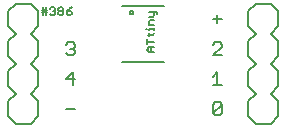
<source format=gto>
G75*
G70*
%OFA0B0*%
%FSLAX24Y24*%
%IPPOS*%
%LPD*%
%AMOC8*
5,1,8,0,0,1.08239X$1,22.5*
%
%ADD10C,0.0050*%
%ADD11C,0.0080*%
%ADD12C,0.0060*%
D10*
X022167Y005275D02*
X022167Y005525D01*
X022250Y005525D02*
X022250Y005275D01*
X022292Y005358D02*
X022125Y005358D01*
X022401Y005317D02*
X022443Y005275D01*
X022526Y005275D01*
X022568Y005317D01*
X022568Y005358D01*
X022526Y005400D01*
X022485Y005400D01*
X022526Y005400D02*
X022568Y005442D01*
X022568Y005484D01*
X022526Y005525D01*
X022443Y005525D01*
X022401Y005484D01*
X022292Y005442D02*
X022250Y005442D01*
X022125Y005442D01*
X022677Y005442D02*
X022719Y005400D01*
X022803Y005400D01*
X022844Y005358D01*
X022844Y005317D01*
X022803Y005275D01*
X022719Y005275D01*
X022677Y005317D01*
X022677Y005358D01*
X022719Y005400D01*
X022677Y005442D02*
X022677Y005484D01*
X022719Y005525D01*
X022803Y005525D01*
X022844Y005484D01*
X022844Y005442D01*
X022803Y005400D01*
X022954Y005400D02*
X023079Y005400D01*
X023121Y005358D01*
X023121Y005317D01*
X023079Y005275D01*
X022995Y005275D01*
X022954Y005317D01*
X022954Y005400D01*
X023037Y005484D01*
X023121Y005525D01*
X025708Y005389D02*
X025917Y005389D01*
X025958Y005347D01*
X025958Y005305D01*
X025875Y005264D02*
X025875Y005389D01*
X025875Y005264D02*
X025833Y005222D01*
X025708Y005222D01*
X025750Y005113D02*
X025875Y005113D01*
X025750Y005113D02*
X025708Y005071D01*
X025708Y004946D01*
X025875Y004946D01*
X025875Y004845D02*
X025875Y004762D01*
X025875Y004803D02*
X025708Y004803D01*
X025708Y004762D01*
X025625Y004803D02*
X025583Y004803D01*
X025708Y004661D02*
X025708Y004577D01*
X025666Y004619D02*
X025833Y004619D01*
X025875Y004661D01*
X025625Y004468D02*
X025625Y004301D01*
X025625Y004385D02*
X025875Y004385D01*
X025875Y004192D02*
X025708Y004192D01*
X025625Y004108D01*
X025708Y004025D01*
X025875Y004025D01*
X025750Y004025D02*
X025750Y004192D01*
D11*
X021250Y001650D02*
X021000Y001900D01*
X021000Y002400D01*
X021250Y002650D01*
X021000Y002900D01*
X021000Y003400D01*
X021250Y003650D01*
X021000Y003900D01*
X021000Y004400D01*
X021250Y004650D01*
X021000Y004900D01*
X021000Y005400D01*
X021250Y005650D01*
X021750Y005650D01*
X022000Y005400D01*
X022000Y004900D01*
X021750Y004650D01*
X022000Y004400D01*
X022000Y003900D01*
X021750Y003650D01*
X022000Y003400D01*
X022000Y002900D01*
X021750Y002650D01*
X022000Y002400D01*
X022000Y001900D01*
X021750Y001650D01*
X021250Y001650D01*
X022940Y002150D02*
X023220Y002150D01*
X023150Y002940D02*
X023150Y003360D01*
X022940Y003150D01*
X023220Y003150D01*
X023150Y003940D02*
X023010Y003940D01*
X022940Y004010D01*
X023150Y003940D02*
X023220Y004010D01*
X023220Y004080D01*
X023150Y004150D01*
X023080Y004150D01*
X023150Y004150D02*
X023220Y004220D01*
X023220Y004290D01*
X023150Y004360D01*
X023010Y004360D01*
X022940Y004290D01*
X025053Y005360D02*
X025055Y005375D01*
X025061Y005388D01*
X025070Y005400D01*
X025081Y005409D01*
X025095Y005415D01*
X025110Y005417D01*
X025125Y005415D01*
X025138Y005409D01*
X025150Y005400D01*
X025159Y005389D01*
X025165Y005375D01*
X025167Y005360D01*
X025165Y005345D01*
X025159Y005332D01*
X025150Y005320D01*
X025139Y005311D01*
X025125Y005305D01*
X025110Y005303D01*
X025095Y005305D01*
X025082Y005311D01*
X025070Y005320D01*
X025061Y005331D01*
X025055Y005345D01*
X025053Y005360D01*
X027840Y005150D02*
X028120Y005150D01*
X027980Y005290D02*
X027980Y005010D01*
X029000Y004900D02*
X029250Y004650D01*
X029000Y004400D01*
X029000Y003900D01*
X029250Y003650D01*
X029000Y003400D01*
X029000Y002900D01*
X029250Y002650D01*
X029000Y002400D01*
X029000Y001900D01*
X029250Y001650D01*
X029750Y001650D01*
X030000Y001900D01*
X030000Y002400D01*
X029750Y002650D01*
X030000Y002900D01*
X030000Y003400D01*
X029750Y003650D01*
X030000Y003900D01*
X030000Y004400D01*
X029750Y004650D01*
X030000Y004900D01*
X030000Y005400D01*
X029750Y005650D01*
X029250Y005650D01*
X029000Y005400D01*
X029000Y004900D01*
X028120Y004290D02*
X028050Y004360D01*
X027910Y004360D01*
X027840Y004290D01*
X028120Y004290D02*
X028120Y004220D01*
X027840Y003940D01*
X028120Y003940D01*
X027980Y003360D02*
X027980Y002940D01*
X027840Y002940D02*
X028120Y002940D01*
X027840Y003220D02*
X027980Y003360D01*
X027910Y002360D02*
X028050Y002360D01*
X028120Y002290D01*
X027840Y002010D01*
X027910Y001940D01*
X028050Y001940D01*
X028120Y002010D01*
X028120Y002290D01*
X027910Y002360D02*
X027840Y002290D01*
X027840Y002010D01*
D12*
X026210Y003720D02*
X024790Y003720D01*
X024790Y005580D02*
X026210Y005580D01*
M02*

</source>
